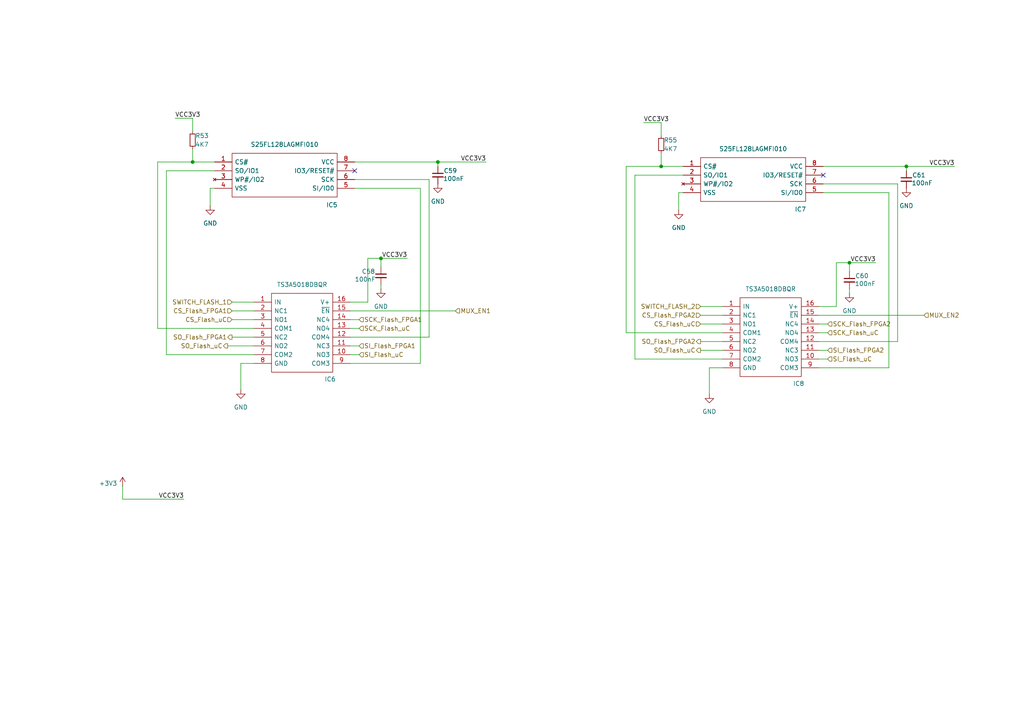
<source format=kicad_sch>
(kicad_sch
	(version 20231120)
	(generator "eeschema")
	(generator_version "8.0")
	(uuid "5597ef96-ca9d-4c5c-b774-6d79b58cdb6f")
	(paper "A4")
	(title_block
		(title "RASBB")
		(date "2025-02-02")
		(rev "01")
		(company "Mina Daneshpajouh")
	)
	(lib_symbols
		(symbol "Device:C_Small"
			(pin_numbers hide)
			(pin_names
				(offset 0.254) hide)
			(exclude_from_sim no)
			(in_bom yes)
			(on_board yes)
			(property "Reference" "C"
				(at 0.254 1.778 0)
				(effects
					(font
						(size 1.27 1.27)
					)
					(justify left)
				)
			)
			(property "Value" "C_Small"
				(at 0.254 -2.032 0)
				(effects
					(font
						(size 1.27 1.27)
					)
					(justify left)
				)
			)
			(property "Footprint" ""
				(at 0 0 0)
				(effects
					(font
						(size 1.27 1.27)
					)
					(hide yes)
				)
			)
			(property "Datasheet" "~"
				(at 0 0 0)
				(effects
					(font
						(size 1.27 1.27)
					)
					(hide yes)
				)
			)
			(property "Description" "Unpolarized capacitor, small symbol"
				(at 0 0 0)
				(effects
					(font
						(size 1.27 1.27)
					)
					(hide yes)
				)
			)
			(property "ki_keywords" "capacitor cap"
				(at 0 0 0)
				(effects
					(font
						(size 1.27 1.27)
					)
					(hide yes)
				)
			)
			(property "ki_fp_filters" "C_*"
				(at 0 0 0)
				(effects
					(font
						(size 1.27 1.27)
					)
					(hide yes)
				)
			)
			(symbol "C_Small_0_1"
				(polyline
					(pts
						(xy -1.524 -0.508) (xy 1.524 -0.508)
					)
					(stroke
						(width 0.3302)
						(type default)
					)
					(fill
						(type none)
					)
				)
				(polyline
					(pts
						(xy -1.524 0.508) (xy 1.524 0.508)
					)
					(stroke
						(width 0.3048)
						(type default)
					)
					(fill
						(type none)
					)
				)
			)
			(symbol "C_Small_1_1"
				(pin passive line
					(at 0 2.54 270)
					(length 2.032)
					(name "~"
						(effects
							(font
								(size 1.27 1.27)
							)
						)
					)
					(number "1"
						(effects
							(font
								(size 1.27 1.27)
							)
						)
					)
				)
				(pin passive line
					(at 0 -2.54 90)
					(length 2.032)
					(name "~"
						(effects
							(font
								(size 1.27 1.27)
							)
						)
					)
					(number "2"
						(effects
							(font
								(size 1.27 1.27)
							)
						)
					)
				)
			)
		)
		(symbol "Device:R_Small"
			(pin_numbers hide)
			(pin_names
				(offset 0.254) hide)
			(exclude_from_sim no)
			(in_bom yes)
			(on_board yes)
			(property "Reference" "R"
				(at 0.762 0.508 0)
				(effects
					(font
						(size 1.27 1.27)
					)
					(justify left)
				)
			)
			(property "Value" "R_Small"
				(at 0.762 -1.016 0)
				(effects
					(font
						(size 1.27 1.27)
					)
					(justify left)
				)
			)
			(property "Footprint" ""
				(at 0 0 0)
				(effects
					(font
						(size 1.27 1.27)
					)
					(hide yes)
				)
			)
			(property "Datasheet" "~"
				(at 0 0 0)
				(effects
					(font
						(size 1.27 1.27)
					)
					(hide yes)
				)
			)
			(property "Description" "Resistor, small symbol"
				(at 0 0 0)
				(effects
					(font
						(size 1.27 1.27)
					)
					(hide yes)
				)
			)
			(property "ki_keywords" "R resistor"
				(at 0 0 0)
				(effects
					(font
						(size 1.27 1.27)
					)
					(hide yes)
				)
			)
			(property "ki_fp_filters" "R_*"
				(at 0 0 0)
				(effects
					(font
						(size 1.27 1.27)
					)
					(hide yes)
				)
			)
			(symbol "R_Small_0_1"
				(rectangle
					(start -0.762 1.778)
					(end 0.762 -1.778)
					(stroke
						(width 0.2032)
						(type default)
					)
					(fill
						(type none)
					)
				)
			)
			(symbol "R_Small_1_1"
				(pin passive line
					(at 0 2.54 270)
					(length 0.762)
					(name "~"
						(effects
							(font
								(size 1.27 1.27)
							)
						)
					)
					(number "1"
						(effects
							(font
								(size 1.27 1.27)
							)
						)
					)
				)
				(pin passive line
					(at 0 -2.54 90)
					(length 0.762)
					(name "~"
						(effects
							(font
								(size 1.27 1.27)
							)
						)
					)
					(number "2"
						(effects
							(font
								(size 1.27 1.27)
							)
						)
					)
				)
			)
		)
		(symbol "RASBB_Library:S25FL128LAGMFI010"
			(pin_names
				(offset 0.762)
			)
			(exclude_from_sim no)
			(in_bom yes)
			(on_board yes)
			(property "Reference" "IC1"
				(at 20.32 7.62 0)
				(effects
					(font
						(size 1.27 1.27)
					)
				)
			)
			(property "Value" "S25FL128LAGMFI010"
				(at 20.32 5.08 0)
				(effects
					(font
						(size 1.27 1.27)
					)
				)
			)
			(property "Footprint" "SOIC127P800X216-8N"
				(at 36.83 2.54 0)
				(effects
					(font
						(size 1.27 1.27)
					)
					(justify left)
					(hide yes)
				)
			)
			(property "Datasheet" "http://www.cypress.com/file/316171/download"
				(at 36.83 0 0)
				(effects
					(font
						(size 1.27 1.27)
					)
					(justify left)
					(hide yes)
				)
			)
			(property "Description" "CYPRESS SEMICONDUCTOR - S25FL128LAGMFI010 - FLASH MEMORY, 128MBIT, 133MHZ, SOIC-8"
				(at 2.794 9.652 0)
				(effects
					(font
						(size 1.27 1.27)
					)
					(hide yes)
				)
			)
			(property "Description_1" "CYPRESS SEMICONDUCTOR - S25FL128LAGMFI010 - FLASH MEMORY, 128MBIT, 133MHZ, SOIC-8"
				(at 36.83 -2.54 0)
				(effects
					(font
						(size 1.27 1.27)
					)
					(justify left)
					(hide yes)
				)
			)
			(property "Height" "2.16"
				(at 36.83 -5.08 0)
				(effects
					(font
						(size 1.27 1.27)
					)
					(justify left)
					(hide yes)
				)
			)
			(property "Manufacturer_Name" "Infineon"
				(at 36.83 -7.62 0)
				(effects
					(font
						(size 1.27 1.27)
					)
					(justify left)
					(hide yes)
				)
			)
			(property "Manufacturer_Part_Number" "S25FL128LAGMFI010"
				(at 36.83 -10.16 0)
				(effects
					(font
						(size 1.27 1.27)
					)
					(justify left)
					(hide yes)
				)
			)
			(property "Arrow Part Number" "S25FL128LAGMFI010"
				(at 36.83 -12.7 0)
				(effects
					(font
						(size 1.27 1.27)
					)
					(justify left)
					(hide yes)
				)
			)
			(property "Arrow Price/Stock" "https://www.arrow.com/en/products/s25fl128lagmfi010/infineon-technologies-ag?utm_currency=USD&region=nac"
				(at 36.83 -15.24 0)
				(effects
					(font
						(size 1.27 1.27)
					)
					(justify left)
					(hide yes)
				)
			)
			(symbol "S25FL128LAGMFI010_0_0"
				(pin input line
					(at 0 0 0)
					(length 5.08)
					(name "CS#"
						(effects
							(font
								(size 1.27 1.27)
							)
						)
					)
					(number "1"
						(effects
							(font
								(size 1.27 1.27)
							)
						)
					)
				)
				(pin passive line
					(at 0 -7.62 0)
					(length 5.08)
					(name "VSS"
						(effects
							(font
								(size 1.27 1.27)
							)
						)
					)
					(number "4"
						(effects
							(font
								(size 1.27 1.27)
							)
						)
					)
				)
				(pin passive line
					(at 40.64 -2.54 180)
					(length 5.08)
					(name "IO3/RESET#"
						(effects
							(font
								(size 1.27 1.27)
							)
						)
					)
					(number "7"
						(effects
							(font
								(size 1.27 1.27)
							)
						)
					)
				)
				(pin power_in line
					(at 40.64 0 180)
					(length 5.08)
					(name "VCC"
						(effects
							(font
								(size 1.27 1.27)
							)
						)
					)
					(number "8"
						(effects
							(font
								(size 1.27 1.27)
							)
						)
					)
				)
			)
			(symbol "S25FL128LAGMFI010_0_1"
				(polyline
					(pts
						(xy 5.08 2.54) (xy 35.56 2.54) (xy 35.56 -10.16) (xy 5.08 -10.16) (xy 5.08 2.54)
					)
					(stroke
						(width 0.1524)
						(type solid)
					)
					(fill
						(type none)
					)
				)
			)
			(symbol "S25FL128LAGMFI010_1_0"
				(pin output line
					(at 0 -2.54 0)
					(length 5.08)
					(name "SO/IO1"
						(effects
							(font
								(size 1.27 1.27)
							)
						)
					)
					(number "2"
						(effects
							(font
								(size 1.27 1.27)
							)
						)
					)
				)
				(pin no_connect line
					(at 0 -5.08 0)
					(length 5.08)
					(name "WP#/IO2"
						(effects
							(font
								(size 1.27 1.27)
							)
						)
					)
					(number "3"
						(effects
							(font
								(size 1.27 1.27)
							)
						)
					)
				)
				(pin input line
					(at 40.64 -7.62 180)
					(length 5.08)
					(name "SI/IO0"
						(effects
							(font
								(size 1.27 1.27)
							)
						)
					)
					(number "5"
						(effects
							(font
								(size 1.27 1.27)
							)
						)
					)
				)
				(pin input line
					(at 40.64 -5.08 180)
					(length 5.08)
					(name "SCK"
						(effects
							(font
								(size 1.27 1.27)
							)
						)
					)
					(number "6"
						(effects
							(font
								(size 1.27 1.27)
							)
						)
					)
				)
			)
		)
		(symbol "RASBB_Library:TS3A5018DBQR"
			(pin_names
				(offset 0.762)
			)
			(exclude_from_sim no)
			(in_bom yes)
			(on_board yes)
			(property "Reference" "IC2"
				(at 13.97 7.62 0)
				(effects
					(font
						(size 1.27 1.27)
					)
				)
			)
			(property "Value" "TS3A5018DBQR"
				(at 13.97 5.08 0)
				(effects
					(font
						(size 1.27 1.27)
					)
				)
			)
			(property "Footprint" "SOP64P600X175-16N"
				(at 24.13 2.54 0)
				(effects
					(font
						(size 1.27 1.27)
					)
					(justify left)
					(hide yes)
				)
			)
			(property "Datasheet" "http://www.ti.com/lit/ds/symlink/ts3a5018.pdf"
				(at 24.13 0 0)
				(effects
					(font
						(size 1.27 1.27)
					)
					(justify left)
					(hide yes)
				)
			)
			(property "Description" "Analog SW Quad SPDT 3.6V 16-Pin SSOP Texas Instruments TS3A5018DBQR, Analogue SPDT Switch Quad SPDT, 3 V, 16-Pin SSOP"
				(at 0 0 0)
				(effects
					(font
						(size 1.27 1.27)
					)
					(hide yes)
				)
			)
			(property "Description_1" "Analog SW Quad SPDT 3.6V 16-Pin SSOP Texas Instruments TS3A5018DBQR, Analogue SPDT Switch Quad SPDT, 3 V, 16-Pin SSOP"
				(at 24.13 -2.54 0)
				(effects
					(font
						(size 1.27 1.27)
					)
					(justify left)
					(hide yes)
				)
			)
			(property "Height" "1.75"
				(at 24.13 -5.08 0)
				(effects
					(font
						(size 1.27 1.27)
					)
					(justify left)
					(hide yes)
				)
			)
			(property "Mouser Part Number" "595-TS3A5018DBQR"
				(at 24.13 -7.62 0)
				(effects
					(font
						(size 1.27 1.27)
					)
					(justify left)
					(hide yes)
				)
			)
			(property "Mouser Price/Stock" "https://www.mouser.co.uk/ProductDetail/Texas-Instruments/TS3A5018DBQR?qs=0O%2FZFlpUpJXUD9jZrSvpcw%3D%3D"
				(at 24.13 -10.16 0)
				(effects
					(font
						(size 1.27 1.27)
					)
					(justify left)
					(hide yes)
				)
			)
			(property "Manufacturer_Name" "Texas Instruments"
				(at 24.13 -12.7 0)
				(effects
					(font
						(size 1.27 1.27)
					)
					(justify left)
					(hide yes)
				)
			)
			(property "Manufacturer_Part_Number" "TS3A5018DBQR"
				(at 24.13 -15.24 0)
				(effects
					(font
						(size 1.27 1.27)
					)
					(justify left)
					(hide yes)
				)
			)
			(symbol "TS3A5018DBQR_0_0"
				(pin input line
					(at 0 0 0)
					(length 5.08)
					(name "IN"
						(effects
							(font
								(size 1.27 1.27)
							)
						)
					)
					(number "1"
						(effects
							(font
								(size 1.27 1.27)
							)
						)
					)
				)
				(pin passive line
					(at 27.94 -10.16 180)
					(length 5.08)
					(name "COM4"
						(effects
							(font
								(size 1.27 1.27)
							)
						)
					)
					(number "12"
						(effects
							(font
								(size 1.27 1.27)
							)
						)
					)
				)
				(pin power_in line
					(at 27.94 0 180)
					(length 5.08)
					(name "V+"
						(effects
							(font
								(size 1.27 1.27)
							)
						)
					)
					(number "16"
						(effects
							(font
								(size 1.27 1.27)
							)
						)
					)
				)
				(pin passive line
					(at 0 -17.78 0)
					(length 5.08)
					(name "GND"
						(effects
							(font
								(size 1.27 1.27)
							)
						)
					)
					(number "8"
						(effects
							(font
								(size 1.27 1.27)
							)
						)
					)
				)
			)
			(symbol "TS3A5018DBQR_0_1"
				(polyline
					(pts
						(xy 5.08 2.54) (xy 22.86 2.54) (xy 22.86 -20.32) (xy 5.08 -20.32) (xy 5.08 2.54)
					)
					(stroke
						(width 0.1524)
						(type solid)
					)
					(fill
						(type none)
					)
				)
			)
			(symbol "TS3A5018DBQR_1_0"
				(pin input line
					(at 27.94 -15.24 180)
					(length 5.08)
					(name "NO3"
						(effects
							(font
								(size 1.27 1.27)
							)
						)
					)
					(number "10"
						(effects
							(font
								(size 1.27 1.27)
							)
						)
					)
				)
				(pin input line
					(at 27.94 -12.7 180)
					(length 5.08)
					(name "NC3"
						(effects
							(font
								(size 1.27 1.27)
							)
						)
					)
					(number "11"
						(effects
							(font
								(size 1.27 1.27)
							)
						)
					)
				)
				(pin input line
					(at 27.94 -7.62 180)
					(length 5.08)
					(name "NO4"
						(effects
							(font
								(size 1.27 1.27)
							)
						)
					)
					(number "13"
						(effects
							(font
								(size 1.27 1.27)
							)
						)
					)
				)
				(pin input line
					(at 27.94 -5.08 180)
					(length 5.08)
					(name "NC4"
						(effects
							(font
								(size 1.27 1.27)
							)
						)
					)
					(number "14"
						(effects
							(font
								(size 1.27 1.27)
							)
						)
					)
				)
				(pin input line
					(at 27.94 -2.54 180)
					(length 5.08)
					(name "~{EN}"
						(effects
							(font
								(size 1.27 1.27)
							)
						)
					)
					(number "15"
						(effects
							(font
								(size 1.27 1.27)
							)
						)
					)
				)
				(pin input line
					(at 0 -2.54 0)
					(length 5.08)
					(name "NC1"
						(effects
							(font
								(size 1.27 1.27)
							)
						)
					)
					(number "2"
						(effects
							(font
								(size 1.27 1.27)
							)
						)
					)
				)
				(pin input line
					(at 0 -5.08 0)
					(length 5.08)
					(name "NO1"
						(effects
							(font
								(size 1.27 1.27)
							)
						)
					)
					(number "3"
						(effects
							(font
								(size 1.27 1.27)
							)
						)
					)
				)
				(pin output line
					(at 0 -7.62 0)
					(length 5.08)
					(name "COM1"
						(effects
							(font
								(size 1.27 1.27)
							)
						)
					)
					(number "4"
						(effects
							(font
								(size 1.27 1.27)
							)
						)
					)
				)
				(pin output line
					(at 0 -10.16 0)
					(length 5.08)
					(name "NC2"
						(effects
							(font
								(size 1.27 1.27)
							)
						)
					)
					(number "5"
						(effects
							(font
								(size 1.27 1.27)
							)
						)
					)
				)
				(pin output line
					(at 0 -12.7 0)
					(length 5.08)
					(name "NO2"
						(effects
							(font
								(size 1.27 1.27)
							)
						)
					)
					(number "6"
						(effects
							(font
								(size 1.27 1.27)
							)
						)
					)
				)
				(pin input line
					(at 0 -15.24 0)
					(length 5.08)
					(name "COM2"
						(effects
							(font
								(size 1.27 1.27)
							)
						)
					)
					(number "7"
						(effects
							(font
								(size 1.27 1.27)
							)
						)
					)
				)
				(pin output line
					(at 27.94 -17.78 180)
					(length 5.08)
					(name "COM3"
						(effects
							(font
								(size 1.27 1.27)
							)
						)
					)
					(number "9"
						(effects
							(font
								(size 1.27 1.27)
							)
						)
					)
				)
			)
		)
		(symbol "power:+3.3V"
			(power)
			(pin_numbers hide)
			(pin_names
				(offset 0) hide)
			(exclude_from_sim no)
			(in_bom yes)
			(on_board yes)
			(property "Reference" "#PWR"
				(at 0 -3.81 0)
				(effects
					(font
						(size 1.27 1.27)
					)
					(hide yes)
				)
			)
			(property "Value" "+3.3V"
				(at 0 3.556 0)
				(effects
					(font
						(size 1.27 1.27)
					)
				)
			)
			(property "Footprint" ""
				(at 0 0 0)
				(effects
					(font
						(size 1.27 1.27)
					)
					(hide yes)
				)
			)
			(property "Datasheet" ""
				(at 0 0 0)
				(effects
					(font
						(size 1.27 1.27)
					)
					(hide yes)
				)
			)
			(property "Description" "Power symbol creates a global label with name \"+3.3V\""
				(at 0 0 0)
				(effects
					(font
						(size 1.27 1.27)
					)
					(hide yes)
				)
			)
			(property "ki_keywords" "global power"
				(at 0 0 0)
				(effects
					(font
						(size 1.27 1.27)
					)
					(hide yes)
				)
			)
			(symbol "+3.3V_0_1"
				(polyline
					(pts
						(xy -0.762 1.27) (xy 0 2.54)
					)
					(stroke
						(width 0)
						(type default)
					)
					(fill
						(type none)
					)
				)
				(polyline
					(pts
						(xy 0 0) (xy 0 2.54)
					)
					(stroke
						(width 0)
						(type default)
					)
					(fill
						(type none)
					)
				)
				(polyline
					(pts
						(xy 0 2.54) (xy 0.762 1.27)
					)
					(stroke
						(width 0)
						(type default)
					)
					(fill
						(type none)
					)
				)
			)
			(symbol "+3.3V_1_1"
				(pin power_in line
					(at 0 0 90)
					(length 0)
					(name "~"
						(effects
							(font
								(size 1.27 1.27)
							)
						)
					)
					(number "1"
						(effects
							(font
								(size 1.27 1.27)
							)
						)
					)
				)
			)
		)
		(symbol "power:GND"
			(power)
			(pin_numbers hide)
			(pin_names
				(offset 0) hide)
			(exclude_from_sim no)
			(in_bom yes)
			(on_board yes)
			(property "Reference" "#PWR"
				(at 0 -6.35 0)
				(effects
					(font
						(size 1.27 1.27)
					)
					(hide yes)
				)
			)
			(property "Value" "GND"
				(at 0 -3.81 0)
				(effects
					(font
						(size 1.27 1.27)
					)
				)
			)
			(property "Footprint" ""
				(at 0 0 0)
				(effects
					(font
						(size 1.27 1.27)
					)
					(hide yes)
				)
			)
			(property "Datasheet" ""
				(at 0 0 0)
				(effects
					(font
						(size 1.27 1.27)
					)
					(hide yes)
				)
			)
			(property "Description" "Power symbol creates a global label with name \"GND\" , ground"
				(at 0 0 0)
				(effects
					(font
						(size 1.27 1.27)
					)
					(hide yes)
				)
			)
			(property "ki_keywords" "global power"
				(at 0 0 0)
				(effects
					(font
						(size 1.27 1.27)
					)
					(hide yes)
				)
			)
			(symbol "GND_0_1"
				(polyline
					(pts
						(xy 0 0) (xy 0 -1.27) (xy 1.27 -1.27) (xy 0 -2.54) (xy -1.27 -1.27) (xy 0 -1.27)
					)
					(stroke
						(width 0)
						(type default)
					)
					(fill
						(type none)
					)
				)
			)
			(symbol "GND_1_1"
				(pin power_in line
					(at 0 0 270)
					(length 0)
					(name "~"
						(effects
							(font
								(size 1.27 1.27)
							)
						)
					)
					(number "1"
						(effects
							(font
								(size 1.27 1.27)
							)
						)
					)
				)
			)
		)
	)
	(junction
		(at 191.77 48.26)
		(diameter 0)
		(color 0 0 0 0)
		(uuid "1abb3b81-e1e6-4995-b8c1-df2a8a1e50a0")
	)
	(junction
		(at 110.49 74.93)
		(diameter 0)
		(color 0 0 0 0)
		(uuid "731bcd16-2b5f-4587-bd28-841242e9b189")
	)
	(junction
		(at 127 46.99)
		(diameter 0)
		(color 0 0 0 0)
		(uuid "879d9fe0-dc80-4f70-931c-019718b5e875")
	)
	(junction
		(at 246.38 76.2)
		(diameter 0)
		(color 0 0 0 0)
		(uuid "d7056182-e95b-484c-9ff3-61c942a51880")
	)
	(junction
		(at 55.88 46.99)
		(diameter 0)
		(color 0 0 0 0)
		(uuid "d8e1489f-6a1c-4066-8541-e79086e5a20a")
	)
	(junction
		(at 262.89 48.26)
		(diameter 0)
		(color 0 0 0 0)
		(uuid "f224e9a9-f53e-48b9-8319-77fb823186e0")
	)
	(no_connect
		(at 238.76 50.8)
		(uuid "4c922da7-badf-47d3-a63d-c6da088b22b6")
	)
	(no_connect
		(at 102.87 49.53)
		(uuid "aca87dca-7763-4cc4-b4c9-6766ef3886cd")
	)
	(wire
		(pts
			(xy 104.14 102.87) (xy 101.6 102.87)
		)
		(stroke
			(width 0)
			(type default)
		)
		(uuid "06d8ceac-ed4b-42f3-8d25-35733cf8724c")
	)
	(wire
		(pts
			(xy 238.76 48.26) (xy 262.89 48.26)
		)
		(stroke
			(width 0)
			(type default)
		)
		(uuid "0958920b-8b83-45fa-828d-cb46bb5dddff")
	)
	(wire
		(pts
			(xy 101.6 105.41) (xy 121.92 105.41)
		)
		(stroke
			(width 0)
			(type default)
		)
		(uuid "09fe33c7-cae0-42e2-9782-0874334a86ea")
	)
	(wire
		(pts
			(xy 203.2 99.06) (xy 209.55 99.06)
		)
		(stroke
			(width 0)
			(type default)
		)
		(uuid "0d9a7d82-cbd5-4e03-84f1-479daf39b3d1")
	)
	(wire
		(pts
			(xy 73.66 105.41) (xy 69.85 105.41)
		)
		(stroke
			(width 0)
			(type default)
		)
		(uuid "12cee190-e50e-47e1-8c53-4eaf8f051808")
	)
	(wire
		(pts
			(xy 237.49 99.06) (xy 260.35 99.06)
		)
		(stroke
			(width 0)
			(type default)
		)
		(uuid "162352e8-e4d6-4065-b778-9877e451aa98")
	)
	(wire
		(pts
			(xy 184.15 50.8) (xy 184.15 104.14)
		)
		(stroke
			(width 0)
			(type default)
		)
		(uuid "16e1c142-818e-45e4-83ba-61671f749562")
	)
	(wire
		(pts
			(xy 246.38 85.09) (xy 246.38 83.82)
		)
		(stroke
			(width 0)
			(type default)
		)
		(uuid "1acb059f-027f-4c4c-bbce-50c8678028bb")
	)
	(wire
		(pts
			(xy 60.96 54.61) (xy 60.96 59.69)
		)
		(stroke
			(width 0)
			(type default)
		)
		(uuid "1ead63ba-cd03-4a36-9563-650e3ef268a2")
	)
	(wire
		(pts
			(xy 66.04 100.33) (xy 73.66 100.33)
		)
		(stroke
			(width 0)
			(type default)
		)
		(uuid "2060e11b-38a3-4111-86a6-080ab07a117a")
	)
	(wire
		(pts
			(xy 242.57 88.9) (xy 242.57 76.2)
		)
		(stroke
			(width 0)
			(type default)
		)
		(uuid "243a0865-7e42-4d3e-80ea-84433e090a43")
	)
	(wire
		(pts
			(xy 260.35 53.34) (xy 260.35 99.06)
		)
		(stroke
			(width 0)
			(type default)
		)
		(uuid "2a9b948b-fbb7-405c-bb42-d25d5dfb60e4")
	)
	(wire
		(pts
			(xy 257.81 55.88) (xy 257.81 106.68)
		)
		(stroke
			(width 0)
			(type default)
		)
		(uuid "330e7324-8f40-482c-8d8c-130f9f8739eb")
	)
	(wire
		(pts
			(xy 198.12 50.8) (xy 184.15 50.8)
		)
		(stroke
			(width 0)
			(type default)
		)
		(uuid "360bfaed-f8e5-477b-bd5e-0de949194567")
	)
	(wire
		(pts
			(xy 198.12 55.88) (xy 196.85 55.88)
		)
		(stroke
			(width 0)
			(type default)
		)
		(uuid "37913e5e-30df-4199-b911-c4462b1502da")
	)
	(wire
		(pts
			(xy 45.72 95.25) (xy 73.66 95.25)
		)
		(stroke
			(width 0)
			(type default)
		)
		(uuid "38bbe660-4fef-4703-a3a9-56466b0bc075")
	)
	(wire
		(pts
			(xy 191.77 44.45) (xy 191.77 48.26)
		)
		(stroke
			(width 0)
			(type default)
		)
		(uuid "3a342113-7ace-4e01-b178-208c691db852")
	)
	(wire
		(pts
			(xy 124.46 52.07) (xy 124.46 97.79)
		)
		(stroke
			(width 0)
			(type default)
		)
		(uuid "41bfe3c2-ddc5-4f0b-a0a3-350341cf892c")
	)
	(wire
		(pts
			(xy 110.49 74.93) (xy 110.49 77.47)
		)
		(stroke
			(width 0)
			(type default)
		)
		(uuid "42474705-0f18-4a71-8c35-7c9261ba9c67")
	)
	(wire
		(pts
			(xy 246.38 76.2) (xy 254 76.2)
		)
		(stroke
			(width 0)
			(type default)
		)
		(uuid "459a209f-955d-4f62-b8ca-74da2c146cdd")
	)
	(wire
		(pts
			(xy 110.49 74.93) (xy 118.11 74.93)
		)
		(stroke
			(width 0)
			(type default)
		)
		(uuid "4f9d65d5-efd8-45c7-bff0-d87610b6a1e4")
	)
	(wire
		(pts
			(xy 237.49 88.9) (xy 242.57 88.9)
		)
		(stroke
			(width 0)
			(type default)
		)
		(uuid "5277f61b-13df-444d-a634-2d19a02eda9a")
	)
	(wire
		(pts
			(xy 203.2 93.98) (xy 209.55 93.98)
		)
		(stroke
			(width 0)
			(type default)
		)
		(uuid "5783086a-7d0a-4809-ba67-315cb92f5399")
	)
	(wire
		(pts
			(xy 55.88 38.1) (xy 55.88 34.29)
		)
		(stroke
			(width 0)
			(type default)
		)
		(uuid "57d27806-a8be-4fd4-9fcb-60e25841b347")
	)
	(wire
		(pts
			(xy 196.85 55.88) (xy 196.85 60.96)
		)
		(stroke
			(width 0)
			(type default)
		)
		(uuid "58cda97f-991e-4ba2-a735-a75c531f6a1c")
	)
	(wire
		(pts
			(xy 191.77 48.26) (xy 181.61 48.26)
		)
		(stroke
			(width 0)
			(type default)
		)
		(uuid "5be992a7-a7d2-4358-abf9-e1234b3fea2b")
	)
	(wire
		(pts
			(xy 55.88 43.18) (xy 55.88 46.99)
		)
		(stroke
			(width 0)
			(type default)
		)
		(uuid "5dc6bdb9-49a1-402c-b32f-004eb2198b78")
	)
	(wire
		(pts
			(xy 237.49 106.68) (xy 257.81 106.68)
		)
		(stroke
			(width 0)
			(type default)
		)
		(uuid "63852260-d3a5-44cf-9423-894d19fd87bc")
	)
	(wire
		(pts
			(xy 69.85 105.41) (xy 69.85 113.03)
		)
		(stroke
			(width 0)
			(type default)
		)
		(uuid "63d02133-4fad-499a-9b6a-889e33cda9fa")
	)
	(wire
		(pts
			(xy 101.6 97.79) (xy 124.46 97.79)
		)
		(stroke
			(width 0)
			(type default)
		)
		(uuid "676217d2-1310-46ee-af31-921991607e6e")
	)
	(wire
		(pts
			(xy 102.87 52.07) (xy 124.46 52.07)
		)
		(stroke
			(width 0)
			(type default)
		)
		(uuid "725a1ad6-84be-4f1b-8acc-5f796620c6c0")
	)
	(wire
		(pts
			(xy 203.2 88.9) (xy 209.55 88.9)
		)
		(stroke
			(width 0)
			(type default)
		)
		(uuid "73c450dd-c080-4c46-a245-0e50c65be95f")
	)
	(wire
		(pts
			(xy 198.12 48.26) (xy 191.77 48.26)
		)
		(stroke
			(width 0)
			(type default)
		)
		(uuid "74658748-a8cf-4805-8595-7ec190088c41")
	)
	(wire
		(pts
			(xy 67.31 97.79) (xy 73.66 97.79)
		)
		(stroke
			(width 0)
			(type default)
		)
		(uuid "78c2b415-6dbb-4b70-9481-61071989162c")
	)
	(wire
		(pts
			(xy 104.14 92.71) (xy 101.6 92.71)
		)
		(stroke
			(width 0)
			(type default)
		)
		(uuid "79fb6fcf-a5d8-46c1-8f4c-682946c2d794")
	)
	(wire
		(pts
			(xy 67.31 90.17) (xy 73.66 90.17)
		)
		(stroke
			(width 0)
			(type default)
		)
		(uuid "822b6fa6-f0d5-4cda-9553-0c4b387807d7")
	)
	(wire
		(pts
			(xy 237.49 91.44) (xy 267.97 91.44)
		)
		(stroke
			(width 0)
			(type default)
		)
		(uuid "84c0d52a-7980-4f80-a506-89b6320fc9ad")
	)
	(wire
		(pts
			(xy 184.15 104.14) (xy 209.55 104.14)
		)
		(stroke
			(width 0)
			(type default)
		)
		(uuid "8533a2fc-725c-4edd-ac24-d17b39db112c")
	)
	(wire
		(pts
			(xy 102.87 54.61) (xy 121.92 54.61)
		)
		(stroke
			(width 0)
			(type default)
		)
		(uuid "854bd5b8-7dd4-4a72-8f6d-34e14c485256")
	)
	(wire
		(pts
			(xy 101.6 90.17) (xy 132.08 90.17)
		)
		(stroke
			(width 0)
			(type default)
		)
		(uuid "891c486f-bd71-4e72-af19-6772158a4e0c")
	)
	(wire
		(pts
			(xy 240.03 96.52) (xy 237.49 96.52)
		)
		(stroke
			(width 0)
			(type default)
		)
		(uuid "892a17bf-277a-445e-bce1-508f37570955")
	)
	(wire
		(pts
			(xy 110.49 83.82) (xy 110.49 82.55)
		)
		(stroke
			(width 0)
			(type default)
		)
		(uuid "8acf2e61-c4a4-4903-bdbf-2795223634de")
	)
	(wire
		(pts
			(xy 181.61 96.52) (xy 209.55 96.52)
		)
		(stroke
			(width 0)
			(type default)
		)
		(uuid "8c46e820-fba9-4959-bdca-b65e1895ba0d")
	)
	(wire
		(pts
			(xy 62.23 46.99) (xy 55.88 46.99)
		)
		(stroke
			(width 0)
			(type default)
		)
		(uuid "8d308252-8f89-4e1d-bd36-2157760b3944")
	)
	(wire
		(pts
			(xy 106.68 74.93) (xy 110.49 74.93)
		)
		(stroke
			(width 0)
			(type default)
		)
		(uuid "8d601068-feda-481c-b876-f185f73b4dcd")
	)
	(wire
		(pts
			(xy 242.57 76.2) (xy 246.38 76.2)
		)
		(stroke
			(width 0)
			(type default)
		)
		(uuid "919b1d90-85b6-4088-bed8-06af3bbfefd7")
	)
	(wire
		(pts
			(xy 62.23 49.53) (xy 48.26 49.53)
		)
		(stroke
			(width 0)
			(type default)
		)
		(uuid "95109eb0-2fb3-4c8e-9b87-8450a525e925")
	)
	(wire
		(pts
			(xy 62.23 54.61) (xy 60.96 54.61)
		)
		(stroke
			(width 0)
			(type default)
		)
		(uuid "9647fdb9-ca69-45ba-8006-7c27acb069b0")
	)
	(wire
		(pts
			(xy 35.56 144.78) (xy 53.34 144.78)
		)
		(stroke
			(width 0)
			(type default)
		)
		(uuid "98b3d923-675a-46d2-9c16-6ff993f54f6a")
	)
	(wire
		(pts
			(xy 45.72 46.99) (xy 45.72 95.25)
		)
		(stroke
			(width 0)
			(type default)
		)
		(uuid "9a31ba7e-fb72-4713-8017-69cddc7ab9dc")
	)
	(wire
		(pts
			(xy 127 46.99) (xy 140.97 46.99)
		)
		(stroke
			(width 0)
			(type default)
		)
		(uuid "9bf06b1b-fd19-4b62-aa47-e68418d94234")
	)
	(wire
		(pts
			(xy 186.69 35.56) (xy 191.77 35.56)
		)
		(stroke
			(width 0)
			(type default)
		)
		(uuid "a2394aa1-5209-411e-ac0b-4fb2cc5cfb13")
	)
	(wire
		(pts
			(xy 104.14 95.25) (xy 101.6 95.25)
		)
		(stroke
			(width 0)
			(type default)
		)
		(uuid "a30b17b6-396c-463d-bf52-639c99acac17")
	)
	(wire
		(pts
			(xy 246.38 76.2) (xy 246.38 78.74)
		)
		(stroke
			(width 0)
			(type default)
		)
		(uuid "a447f0c0-84e0-4fcd-bc66-bb190a36f644")
	)
	(wire
		(pts
			(xy 102.87 46.99) (xy 127 46.99)
		)
		(stroke
			(width 0)
			(type default)
		)
		(uuid "a87f24bb-2923-4833-ab54-bf3b97cc65a6")
	)
	(wire
		(pts
			(xy 104.14 100.33) (xy 101.6 100.33)
		)
		(stroke
			(width 0)
			(type default)
		)
		(uuid "ad679aa6-a3a4-4e34-8089-bc4bf57956da")
	)
	(wire
		(pts
			(xy 205.74 106.68) (xy 205.74 114.3)
		)
		(stroke
			(width 0)
			(type default)
		)
		(uuid "b1ae6a05-150a-452e-a314-6aa0992d87fe")
	)
	(wire
		(pts
			(xy 238.76 53.34) (xy 260.35 53.34)
		)
		(stroke
			(width 0)
			(type default)
		)
		(uuid "b65bc8e1-c30a-444d-80e6-0ed87450cb9e")
	)
	(wire
		(pts
			(xy 203.2 91.44) (xy 209.55 91.44)
		)
		(stroke
			(width 0)
			(type default)
		)
		(uuid "bca5a10f-6716-46e2-918c-5cb1a7e91d51")
	)
	(wire
		(pts
			(xy 240.03 93.98) (xy 237.49 93.98)
		)
		(stroke
			(width 0)
			(type default)
		)
		(uuid "bfa3ce2e-7c99-4079-b29a-c357c217f69a")
	)
	(wire
		(pts
			(xy 55.88 46.99) (xy 45.72 46.99)
		)
		(stroke
			(width 0)
			(type default)
		)
		(uuid "c1e84f35-36d6-4a6a-86fc-1466ea4df700")
	)
	(wire
		(pts
			(xy 106.68 87.63) (xy 106.68 74.93)
		)
		(stroke
			(width 0)
			(type default)
		)
		(uuid "c525a740-5073-41bd-ba9f-1fc47264f5c1")
	)
	(wire
		(pts
			(xy 238.76 55.88) (xy 257.81 55.88)
		)
		(stroke
			(width 0)
			(type default)
		)
		(uuid "c557ea28-cb47-4991-b580-cbaa070fd90b")
	)
	(wire
		(pts
			(xy 203.2 101.6) (xy 209.55 101.6)
		)
		(stroke
			(width 0)
			(type default)
		)
		(uuid "c943ebf7-527f-453b-9c9b-c87294599146")
	)
	(wire
		(pts
			(xy 35.56 140.97) (xy 35.56 144.78)
		)
		(stroke
			(width 0)
			(type default)
		)
		(uuid "cec486bb-d5d0-44f5-835c-915ddf923353")
	)
	(wire
		(pts
			(xy 48.26 49.53) (xy 48.26 102.87)
		)
		(stroke
			(width 0)
			(type default)
		)
		(uuid "d123c310-9784-4a91-a009-4f4c0c3e69ae")
	)
	(wire
		(pts
			(xy 67.31 92.71) (xy 73.66 92.71)
		)
		(stroke
			(width 0)
			(type default)
		)
		(uuid "d4cb43bd-6da4-4842-8e52-8e047c35a193")
	)
	(wire
		(pts
			(xy 101.6 87.63) (xy 106.68 87.63)
		)
		(stroke
			(width 0)
			(type default)
		)
		(uuid "d59d9c3d-1015-4994-b885-442e57bf5540")
	)
	(wire
		(pts
			(xy 240.03 104.14) (xy 237.49 104.14)
		)
		(stroke
			(width 0)
			(type default)
		)
		(uuid "d5f35726-938d-4858-9529-4aff21d806f9")
	)
	(wire
		(pts
			(xy 181.61 48.26) (xy 181.61 96.52)
		)
		(stroke
			(width 0)
			(type default)
		)
		(uuid "dbfef185-1615-40d0-9b58-5699c6917e32")
	)
	(wire
		(pts
			(xy 50.8 34.29) (xy 55.88 34.29)
		)
		(stroke
			(width 0)
			(type default)
		)
		(uuid "dc24ae1e-5dab-4ddd-a363-cc5dc10267fd")
	)
	(wire
		(pts
			(xy 240.03 101.6) (xy 237.49 101.6)
		)
		(stroke
			(width 0)
			(type default)
		)
		(uuid "dce5d219-2acb-4da1-b5a2-1017bbe04afd")
	)
	(wire
		(pts
			(xy 127 48.26) (xy 127 46.99)
		)
		(stroke
			(width 0)
			(type default)
		)
		(uuid "df6f0087-faf6-4852-b262-5ff5e8dd98e2")
	)
	(wire
		(pts
			(xy 191.77 39.37) (xy 191.77 35.56)
		)
		(stroke
			(width 0)
			(type default)
		)
		(uuid "e1c6a08c-9e40-4b20-9483-d1b88233fced")
	)
	(wire
		(pts
			(xy 48.26 102.87) (xy 73.66 102.87)
		)
		(stroke
			(width 0)
			(type default)
		)
		(uuid "e8bcb581-2146-44cb-a189-9db8d55dc3cb")
	)
	(wire
		(pts
			(xy 262.89 49.53) (xy 262.89 48.26)
		)
		(stroke
			(width 0)
			(type default)
		)
		(uuid "ead188c4-9950-4ac4-8241-f2cbd41aab7b")
	)
	(wire
		(pts
			(xy 262.89 48.26) (xy 276.86 48.26)
		)
		(stroke
			(width 0)
			(type default)
		)
		(uuid "f18ef582-438f-47fc-a9e0-b34e9b47ccd1")
	)
	(wire
		(pts
			(xy 67.31 87.63) (xy 73.66 87.63)
		)
		(stroke
			(width 0)
			(type default)
		)
		(uuid "f389abb2-5e7c-4e0e-a6d3-0bede46fe52a")
	)
	(wire
		(pts
			(xy 121.92 54.61) (xy 121.92 105.41)
		)
		(stroke
			(width 0)
			(type default)
		)
		(uuid "f7a87a1e-0baf-488e-a474-8f809039fd29")
	)
	(wire
		(pts
			(xy 209.55 106.68) (xy 205.74 106.68)
		)
		(stroke
			(width 0)
			(type default)
		)
		(uuid "fb1cd51b-3d21-4316-89ab-0942cc103907")
	)
	(label "VCC3V3"
		(at 186.69 35.56 0)
		(fields_autoplaced yes)
		(effects
			(font
				(size 1.27 1.27)
			)
			(justify left bottom)
		)
		(uuid "032c682a-1fe3-45bc-b1bc-4668e1295d2d")
	)
	(label "VCC3V3"
		(at 118.11 74.93 180)
		(fields_autoplaced yes)
		(effects
			(font
				(size 1.27 1.27)
			)
			(justify right bottom)
		)
		(uuid "92457c28-0b6d-48af-8bbf-72c23f559e05")
	)
	(label "VCC3V3"
		(at 53.34 144.78 180)
		(fields_autoplaced yes)
		(effects
			(font
				(size 1.27 1.27)
			)
			(justify right bottom)
		)
		(uuid "96662a69-2565-42f3-9b05-f94e6b98a466")
	)
	(label "VCC3V3"
		(at 254 76.2 180)
		(fields_autoplaced yes)
		(effects
			(font
				(size 1.27 1.27)
			)
			(justify right bottom)
		)
		(uuid "9c47a4ab-3806-4583-ad7a-cb711d46b08d")
	)
	(label "VCC3V3"
		(at 140.97 46.99 180)
		(fields_autoplaced yes)
		(effects
			(font
				(size 1.27 1.27)
			)
			(justify right bottom)
		)
		(uuid "da081de0-8497-40bf-ad63-6d5eab45a5ff")
	)
	(label "VCC3V3"
		(at 50.8 34.29 0)
		(fields_autoplaced yes)
		(effects
			(font
				(size 1.27 1.27)
			)
			(justify left bottom)
		)
		(uuid "ed011fe9-308f-4879-beb4-98be86e44a3f")
	)
	(label "VCC3V3"
		(at 276.86 48.26 180)
		(fields_autoplaced yes)
		(effects
			(font
				(size 1.27 1.27)
			)
			(justify right bottom)
		)
		(uuid "f4708c6e-95d3-4152-b7c7-38247c88facd")
	)
	(hierarchical_label "SCK_Flash_FPGA1"
		(shape input)
		(at 104.14 92.71 0)
		(fields_autoplaced yes)
		(effects
			(font
				(size 1.27 1.27)
			)
			(justify left)
		)
		(uuid "0bd3313f-0a40-400f-bb71-d3d741b4a4c9")
	)
	(hierarchical_label "SCK_Flash_FPGA2"
		(shape input)
		(at 240.03 93.98 0)
		(fields_autoplaced yes)
		(effects
			(font
				(size 1.27 1.27)
			)
			(justify left)
		)
		(uuid "0ef73153-1da4-4f05-8d99-88516b02a9dc")
	)
	(hierarchical_label "CS_Flash_FPGA2"
		(shape input)
		(at 203.2 91.44 180)
		(fields_autoplaced yes)
		(effects
			(font
				(size 1.27 1.27)
			)
			(justify right)
		)
		(uuid "1372fc9c-d8bf-47de-9a60-e7f79e767100")
	)
	(hierarchical_label "SO_Flash_FPGA2"
		(shape output)
		(at 203.2 99.06 180)
		(fields_autoplaced yes)
		(effects
			(font
				(size 1.27 1.27)
			)
			(justify right)
		)
		(uuid "1597cd6c-43df-4590-b007-0df742b642ac")
	)
	(hierarchical_label "SCK_Flash_uC"
		(shape input)
		(at 240.03 96.52 0)
		(fields_autoplaced yes)
		(effects
			(font
				(size 1.27 1.27)
			)
			(justify left)
		)
		(uuid "1afdfa40-c038-45c0-87bc-2b85a71547e8")
	)
	(hierarchical_label "SI_Flash_FPGA2"
		(shape input)
		(at 240.03 101.6 0)
		(fields_autoplaced yes)
		(effects
			(font
				(size 1.27 1.27)
			)
			(justify left)
		)
		(uuid "1bc70982-1ace-4c1d-bb68-bf75310e45df")
	)
	(hierarchical_label "SO_Flash_FPGA1"
		(shape output)
		(at 67.31 97.79 180)
		(fields_autoplaced yes)
		(effects
			(font
				(size 1.27 1.27)
			)
			(justify right)
		)
		(uuid "1d87661e-5c7b-476c-b339-c9125385a06f")
	)
	(hierarchical_label "SO_Flash_uC"
		(shape output)
		(at 66.04 100.33 180)
		(fields_autoplaced yes)
		(effects
			(font
				(size 1.27 1.27)
			)
			(justify right)
		)
		(uuid "4edc85bc-5e3a-4186-a96b-c5d158313c13")
	)
	(hierarchical_label "CS_Flash_FPGA1"
		(shape input)
		(at 67.31 90.17 180)
		(fields_autoplaced yes)
		(effects
			(font
				(size 1.27 1.27)
			)
			(justify right)
		)
		(uuid "51a56071-d593-4a66-b495-f4edbf63df52")
	)
	(hierarchical_label "SI_Flash_FPGA1"
		(shape input)
		(at 104.14 100.33 0)
		(fields_autoplaced yes)
		(effects
			(font
				(size 1.27 1.27)
			)
			(justify left)
		)
		(uuid "70614276-0297-4ceb-8dd9-e07ca22c9282")
	)
	(hierarchical_label "SCK_Flash_uC"
		(shape input)
		(at 104.14 95.25 0)
		(fields_autoplaced yes)
		(effects
			(font
				(size 1.27 1.27)
			)
			(justify left)
		)
		(uuid "7ac92845-3758-4e8f-b825-e18f96232e53")
	)
	(hierarchical_label "SO_Flash_uC"
		(shape output)
		(at 203.2 101.6 180)
		(fields_autoplaced yes)
		(effects
			(font
				(size 1.27 1.27)
			)
			(justify right)
		)
		(uuid "8b904e6e-899a-4068-b900-2e987eae6ba7")
	)
	(hierarchical_label "SWITCH_FLASH_2"
		(shape input)
		(at 203.2 88.9 180)
		(fields_autoplaced yes)
		(effects
			(font
				(size 1.27 1.27)
			)
			(justify right)
		)
		(uuid "963214b7-7ff4-49f3-b5eb-24653a1afce0")
	)
	(hierarchical_label "MUX_EN1"
		(shape input)
		(at 132.08 90.17 0)
		(fields_autoplaced yes)
		(effects
			(font
				(size 1.27 1.27)
			)
			(justify left)
		)
		(uuid "ca647940-a09a-404e-9350-8fafb7929d7a")
	)
	(hierarchical_label "SWITCH_FLASH_1"
		(shape input)
		(at 67.31 87.63 180)
		(fields_autoplaced yes)
		(effects
			(font
				(size 1.27 1.27)
			)
			(justify right)
		)
		(uuid "cb1d7ff8-c23e-47e6-99ed-9c5204a03212")
	)
	(hierarchical_label "SI_Flash_uC"
		(shape input)
		(at 104.14 102.87 0)
		(fields_autoplaced yes)
		(effects
			(font
				(size 1.27 1.27)
			)
			(justify left)
		)
		(uuid "cb322546-6410-4bfa-89c1-f03a30f11eda")
	)
	(hierarchical_label "CS_Flash_uC"
		(shape input)
		(at 203.2 93.98 180)
		(fields_autoplaced yes)
		(effects
			(font
				(size 1.27 1.27)
			)
			(justify right)
		)
		(uuid "d245a85e-b3ee-4e63-b13d-cbf3cbef6c03")
	)
	(hierarchical_label "CS_Flash_uC"
		(shape input)
		(at 67.31 92.71 180)
		(fields_autoplaced yes)
		(effects
			(font
				(size 1.27 1.27)
			)
			(justify right)
		)
		(uuid "d83e22eb-edd4-40ef-9e91-15342ca7bdcb")
	)
	(hierarchical_label "MUX_EN2"
		(shape input)
		(at 267.97 91.44 0)
		(fields_autoplaced yes)
		(effects
			(font
				(size 1.27 1.27)
			)
			(justify left)
		)
		(uuid "e9d78550-ebed-4fd6-8f50-11c0bec9d685")
	)
	(hierarchical_label "SI_Flash_uC"
		(shape input)
		(at 240.03 104.14 0)
		(fields_autoplaced yes)
		(effects
			(font
				(size 1.27 1.27)
			)
			(justify left)
		)
		(uuid "fc779129-c9ac-43cc-841e-0969a5f94a01")
	)
	(symbol
		(lib_id "power:GND")
		(at 69.85 113.03 0)
		(mirror y)
		(unit 1)
		(exclude_from_sim no)
		(in_bom yes)
		(on_board yes)
		(dnp no)
		(fields_autoplaced yes)
		(uuid "13554d50-65df-4d4b-bf30-840cde3d9b40")
		(property "Reference" "#PWR038"
			(at 69.85 119.38 0)
			(effects
				(font
					(size 1.27 1.27)
				)
				(hide yes)
			)
		)
		(property "Value" "GND"
			(at 69.85 118.11 0)
			(effects
				(font
					(size 1.27 1.27)
				)
			)
		)
		(property "Footprint" ""
			(at 69.85 113.03 0)
			(effects
				(font
					(size 1.27 1.27)
				)
				(hide yes)
			)
		)
		(property "Datasheet" ""
			(at 69.85 113.03 0)
			(effects
				(font
					(size 1.27 1.27)
				)
				(hide yes)
			)
		)
		(property "Description" "Power symbol creates a global label with name \"GND\" , ground"
			(at 69.85 113.03 0)
			(effects
				(font
					(size 1.27 1.27)
				)
				(hide yes)
			)
		)
		(pin "1"
			(uuid "63ae38c2-eb89-44db-843c-96bd0414d1ef")
		)
		(instances
			(project "RASBB"
				(path "/f6a5c334-5ee5-4dc9-84f1-7866383a3347/42a7f077-44a1-43cb-b656-b7d389080fcf"
					(reference "#PWR038")
					(unit 1)
				)
			)
		)
	)
	(symbol
		(lib_id "power:GND")
		(at 196.85 60.96 0)
		(mirror y)
		(unit 1)
		(exclude_from_sim no)
		(in_bom yes)
		(on_board yes)
		(dnp no)
		(fields_autoplaced yes)
		(uuid "2cb29570-1076-4403-88d9-7481979e9a43")
		(property "Reference" "#PWR041"
			(at 196.85 67.31 0)
			(effects
				(font
					(size 1.27 1.27)
				)
				(hide yes)
			)
		)
		(property "Value" "GND"
			(at 196.85 66.04 0)
			(effects
				(font
					(size 1.27 1.27)
				)
			)
		)
		(property "Footprint" ""
			(at 196.85 60.96 0)
			(effects
				(font
					(size 1.27 1.27)
				)
				(hide yes)
			)
		)
		(property "Datasheet" ""
			(at 196.85 60.96 0)
			(effects
				(font
					(size 1.27 1.27)
				)
				(hide yes)
			)
		)
		(property "Description" "Power symbol creates a global label with name \"GND\" , ground"
			(at 196.85 60.96 0)
			(effects
				(font
					(size 1.27 1.27)
				)
				(hide yes)
			)
		)
		(pin "1"
			(uuid "f028e2c5-1c39-4cbd-b33d-ca23e81e1c53")
		)
		(instances
			(project "RASBB"
				(path "/f6a5c334-5ee5-4dc9-84f1-7866383a3347/42a7f077-44a1-43cb-b656-b7d389080fcf"
					(reference "#PWR041")
					(unit 1)
				)
			)
		)
	)
	(symbol
		(lib_id "power:GND")
		(at 246.38 85.09 0)
		(mirror y)
		(unit 1)
		(exclude_from_sim no)
		(in_bom yes)
		(on_board yes)
		(dnp no)
		(fields_autoplaced yes)
		(uuid "4b084649-a399-4ef4-a4fb-71a56abd634b")
		(property "Reference" "#PWR043"
			(at 246.38 91.44 0)
			(effects
				(font
					(size 1.27 1.27)
				)
				(hide yes)
			)
		)
		(property "Value" "GND"
			(at 246.38 90.17 0)
			(effects
				(font
					(size 1.27 1.27)
				)
			)
		)
		(property "Footprint" ""
			(at 246.38 85.09 0)
			(effects
				(font
					(size 1.27 1.27)
				)
				(hide yes)
			)
		)
		(property "Datasheet" ""
			(at 246.38 85.09 0)
			(effects
				(font
					(size 1.27 1.27)
				)
				(hide yes)
			)
		)
		(property "Description" "Power symbol creates a global label with name \"GND\" , ground"
			(at 246.38 85.09 0)
			(effects
				(font
					(size 1.27 1.27)
				)
				(hide yes)
			)
		)
		(pin "1"
			(uuid "2892fc57-6750-43f5-8f17-ddd080efcfc6")
		)
		(instances
			(project "RASBB"
				(path "/f6a5c334-5ee5-4dc9-84f1-7866383a3347/42a7f077-44a1-43cb-b656-b7d389080fcf"
					(reference "#PWR043")
					(unit 1)
				)
			)
		)
	)
	(symbol
		(lib_id "Device:C_Small")
		(at 110.49 80.01 0)
		(mirror y)
		(unit 1)
		(exclude_from_sim no)
		(in_bom yes)
		(on_board yes)
		(dnp no)
		(uuid "4c402429-8748-4704-91bd-306b39b9d6e4")
		(property "Reference" "C58"
			(at 104.902 78.74 0)
			(effects
				(font
					(size 1.27 1.27)
				)
				(justify right)
			)
		)
		(property "Value" "100nF"
			(at 102.87 81.026 0)
			(effects
				(font
					(size 1.27 1.27)
				)
				(justify right)
			)
		)
		(property "Footprint" "Capacitor_SMD:C_0402_1005Metric"
			(at 110.49 80.01 0)
			(effects
				(font
					(size 1.27 1.27)
				)
				(hide yes)
			)
		)
		(property "Datasheet" "https://www.lcsc.com/datasheet/lcsc_datasheet_2309201533_Walsin-Tech-Corp-0402B103K100CT_C3840241.pdf"
			(at 110.49 80.01 0)
			(effects
				(font
					(size 1.27 1.27)
				)
				(hide yes)
			)
		)
		(property "Description" "10V 100nF X7R ±10% 0402 Multilayer Ceramic Capacitors MLCC - SMD/SMT ROHS"
			(at 110.49 80.01 0)
			(effects
				(font
					(size 1.27 1.27)
				)
				(hide yes)
			)
		)
		(property "Mfr. Part #" "0402B104K500CT"
			(at 110.49 80.01 0)
			(effects
				(font
					(size 1.27 1.27)
				)
				(hide yes)
			)
		)
		(property "LCSC Part #" "C152814"
			(at 110.49 80.01 0)
			(effects
				(font
					(size 1.27 1.27)
				)
				(hide yes)
			)
		)
		(pin "1"
			(uuid "4dc763e0-a979-46b2-afab-e0e5851d50b2")
		)
		(pin "2"
			(uuid "3a6754d5-7868-44a2-8627-2c9bf268d8e5")
		)
		(instances
			(project "RASBB"
				(path "/f6a5c334-5ee5-4dc9-84f1-7866383a3347/42a7f077-44a1-43cb-b656-b7d389080fcf"
					(reference "C58")
					(unit 1)
				)
			)
		)
	)
	(symbol
		(lib_id "RASBB_Library:TS3A5018DBQR")
		(at 73.66 87.63 0)
		(unit 1)
		(exclude_from_sim no)
		(in_bom yes)
		(on_board yes)
		(dnp no)
		(uuid "686a9f33-ac5a-4f42-84c0-bfb93e0354c4")
		(property "Reference" "IC6"
			(at 95.758 109.982 0)
			(effects
				(font
					(size 1.27 1.27)
				)
			)
		)
		(property "Value" "TS3A5018DBQR"
			(at 87.63 82.55 0)
			(effects
				(font
					(size 1.27 1.27)
				)
			)
		)
		(property "Footprint" "RASBB:SOP64P600X175-16N"
			(at 97.79 85.09 0)
			(effects
				(font
					(size 1.27 1.27)
				)
				(justify left)
				(hide yes)
			)
		)
		(property "Datasheet" "http://www.ti.com/lit/ds/symlink/ts3a5018.pdf"
			(at 97.79 87.63 0)
			(effects
				(font
					(size 1.27 1.27)
				)
				(justify left)
				(hide yes)
			)
		)
		(property "Description" "Analog SW Quad SPDT 3.6V 16-Pin SSOP Texas Instruments TS3A5018DBQR, Analogue SPDT Switch Quad SPDT, 3 V, 16-Pin SSOP"
			(at 73.66 87.63 0)
			(effects
				(font
					(size 1.27 1.27)
				)
				(hide yes)
			)
		)
		(property "Height" "1.75"
			(at 97.79 92.71 0)
			(effects
				(font
					(size 1.27 1.27)
				)
				(justify left)
				(hide yes)
			)
		)
		(property "Manufacturer_Name" "Texas Instruments"
			(at 97.79 100.33 0)
			(effects
				(font
					(size 1.27 1.27)
				)
				(justify left)
				(hide yes)
			)
		)
		(property "Mfr. Part #" "TS3A5018DBQR"
			(at 97.79 102.87 0)
			(effects
				(font
					(size 1.27 1.27)
				)
				(justify left)
				(hide yes)
			)
		)
		(property "LCSC Part #" "C202285"
			(at 73.66 87.63 0)
			(effects
				(font
					(size 1.27 1.27)
				)
				(hide yes)
			)
		)
		(pin "10"
			(uuid "f91fa359-a170-463f-8124-3455d9d6e64e")
		)
		(pin "13"
			(uuid "03291138-b7dc-42db-9b57-d40fb6b2d068")
		)
		(pin "14"
			(uuid "15a50007-2c82-4a8d-a644-1ad385b81b0f")
		)
		(pin "12"
			(uuid "2f13b513-907f-40ef-a1e7-46fbcf5934c6")
		)
		(pin "15"
			(uuid "f589e1a4-9ac4-4643-9df3-a277ddd65c15")
		)
		(pin "2"
			(uuid "52114443-a3c6-4f55-8a79-36a7fbef9283")
		)
		(pin "3"
			(uuid "351697b5-4c8f-40db-9153-afbe9f4f27be")
		)
		(pin "4"
			(uuid "1ff43127-902d-4abf-b6af-beacb5d45b9c")
		)
		(pin "5"
			(uuid "56788213-ec31-436c-bf41-3576da9b6920")
		)
		(pin "6"
			(uuid "60bd1c81-4142-406d-93b2-1121cc5e1c6b")
		)
		(pin "11"
			(uuid "92cc3959-a15a-4b90-b3ea-13adc32afe94")
		)
		(pin "7"
			(uuid "bb4df574-a093-48cf-96f6-89639f8c28e4")
		)
		(pin "8"
			(uuid "08f9244f-2f0f-4e96-a213-0954928e7cd2")
		)
		(pin "9"
			(uuid "52ed874b-752f-425f-9731-6a6cd708dc37")
		)
		(pin "16"
			(uuid "1dcbb950-00a7-4b4a-ad48-bdfec499be1e")
		)
		(pin "1"
			(uuid "39c13a0a-973e-4fcd-a474-70774e279315")
		)
		(instances
			(project "RASBB"
				(path "/f6a5c334-5ee5-4dc9-84f1-7866383a3347/42a7f077-44a1-43cb-b656-b7d389080fcf"
					(reference "IC6")
					(unit 1)
				)
			)
		)
	)
	(symbol
		(lib_id "power:+3.3V")
		(at 35.56 140.97 0)
		(unit 1)
		(exclude_from_sim no)
		(in_bom yes)
		(on_board yes)
		(dnp no)
		(uuid "687286e3-fd4a-41e6-a6b2-7c7361f8969c")
		(property "Reference" "#PWR0251"
			(at 35.56 144.78 0)
			(effects
				(font
					(size 1.27 1.27)
				)
				(hide yes)
			)
		)
		(property "Value" "+3V3"
			(at 28.702 140.208 0)
			(effects
				(font
					(size 1.27 1.27)
				)
				(justify left)
			)
		)
		(property "Footprint" ""
			(at 35.56 140.97 0)
			(effects
				(font
					(size 1.27 1.27)
				)
				(hide yes)
			)
		)
		(property "Datasheet" ""
			(at 35.56 140.97 0)
			(effects
				(font
					(size 1.27 1.27)
				)
				(hide yes)
			)
		)
		(property "Description" "Power symbol creates a global label with name \"+3.3V\""
			(at 35.56 140.97 0)
			(effects
				(font
					(size 1.27 1.27)
				)
				(hide yes)
			)
		)
		(pin "1"
			(uuid "9240643f-b45e-40f0-a7a2-2e29b408f7ca")
		)
		(instances
			(project "RASBB"
				(path "/f6a5c334-5ee5-4dc9-84f1-7866383a3347/42a7f077-44a1-43cb-b656-b7d389080fcf"
					(reference "#PWR0251")
					(unit 1)
				)
			)
		)
	)
	(symbol
		(lib_id "Device:C_Small")
		(at 246.38 81.28 0)
		(unit 1)
		(exclude_from_sim no)
		(in_bom yes)
		(on_board yes)
		(dnp no)
		(uuid "7356ecd0-bfc3-4b14-9e29-8076f6e67f32")
		(property "Reference" "C60"
			(at 251.968 80.01 0)
			(effects
				(font
					(size 1.27 1.27)
				)
				(justify right)
			)
		)
		(property "Value" "100nF"
			(at 254 82.296 0)
			(effects
				(font
					(size 1.27 1.27)
				)
				(justify right)
			)
		)
		(property "Footprint" "Capacitor_SMD:C_0402_1005Metric"
			(at 246.38 81.28 0)
			(effects
				(font
					(size 1.27 1.27)
				)
				(hide yes)
			)
		)
		(property "Datasheet" "https://www.lcsc.com/datasheet/lcsc_datasheet_2309201533_Walsin-Tech-Corp-0402B103K100CT_C3840241.pdf"
			(at 246.38 81.28 0)
			(effects
				(font
					(size 1.27 1.27)
				)
				(hide yes)
			)
		)
		(property "Description" "10V 100nF X7R ±10% 0402 Multilayer Ceramic Capacitors MLCC - SMD/SMT ROHS"
			(at 246.38 81.28 0)
			(effects
				(font
					(size 1.27 1.27)
				)
				(hide yes)
			)
		)
		(property "Mfr. Part #" "0402B104K500CT"
			(at 246.38 81.28 0)
			(effects
				(font
					(size 1.27 1.27)
				)
				(hide yes)
			)
		)
		(property "LCSC Part #" "C152814"
			(at 246.38 81.28 0)
			(effects
				(font
					(size 1.27 1.27)
				)
				(hide yes)
			)
		)
		(pin "1"
			(uuid "815d2721-2bb6-465b-a0df-3dee6daefad3")
		)
		(pin "2"
			(uuid "2e4a6492-6c3a-48b2-a7b3-f4bd542f1102")
		)
		(instances
			(project "RASBB"
				(path "/f6a5c334-5ee5-4dc9-84f1-7866383a3347/42a7f077-44a1-43cb-b656-b7d389080fcf"
					(reference "C60")
					(unit 1)
				)
			)
		)
	)
	(symbol
		(lib_id "power:GND")
		(at 262.89 54.61 0)
		(mirror y)
		(unit 1)
		(exclude_from_sim no)
		(in_bom yes)
		(on_board yes)
		(dnp no)
		(fields_autoplaced yes)
		(uuid "892db9f4-f288-4367-942c-6f97f6747636")
		(property "Reference" "#PWR044"
			(at 262.89 60.96 0)
			(effects
				(font
					(size 1.27 1.27)
				)
				(hide yes)
			)
		)
		(property "Value" "GND"
			(at 262.89 59.69 0)
			(effects
				(font
					(size 1.27 1.27)
				)
			)
		)
		(property "Footprint" ""
			(at 262.89 54.61 0)
			(effects
				(font
					(size 1.27 1.27)
				)
				(hide yes)
			)
		)
		(property "Datasheet" ""
			(at 262.89 54.61 0)
			(effects
				(font
					(size 1.27 1.27)
				)
				(hide yes)
			)
		)
		(property "Description" "Power symbol creates a global label with name \"GND\" , ground"
			(at 262.89 54.61 0)
			(effects
				(font
					(size 1.27 1.27)
				)
				(hide yes)
			)
		)
		(pin "1"
			(uuid "2dc19a37-6f4a-44e7-8b8c-1194014e416b")
		)
		(instances
			(project "RASBB"
				(path "/f6a5c334-5ee5-4dc9-84f1-7866383a3347/42a7f077-44a1-43cb-b656-b7d389080fcf"
					(reference "#PWR044")
					(unit 1)
				)
			)
		)
	)
	(symbol
		(lib_id "Device:C_Small")
		(at 262.89 52.07 0)
		(unit 1)
		(exclude_from_sim no)
		(in_bom yes)
		(on_board yes)
		(dnp no)
		(uuid "a42e9982-b7bf-4904-b0bd-2cd49de48a40")
		(property "Reference" "C61"
			(at 268.478 50.8 0)
			(effects
				(font
					(size 1.27 1.27)
				)
				(justify right)
			)
		)
		(property "Value" "100nF"
			(at 270.51 53.086 0)
			(effects
				(font
					(size 1.27 1.27)
				)
				(justify right)
			)
		)
		(property "Footprint" "Capacitor_SMD:C_0402_1005Metric"
			(at 262.89 52.07 0)
			(effects
				(font
					(size 1.27 1.27)
				)
				(hide yes)
			)
		)
		(property "Datasheet" "https://www.lcsc.com/datasheet/lcsc_datasheet_2309201533_Walsin-Tech-Corp-0402B103K100CT_C3840241.pdf"
			(at 262.89 52.07 0)
			(effects
				(font
					(size 1.27 1.27)
				)
				(hide yes)
			)
		)
		(property "Description" "10V 100nF X7R ±10% 0402 Multilayer Ceramic Capacitors MLCC - SMD/SMT ROHS"
			(at 262.89 52.07 0)
			(effects
				(font
					(size 1.27 1.27)
				)
				(hide yes)
			)
		)
		(property "Mfr. Part #" "0402B104K500CT"
			(at 262.89 52.07 0)
			(effects
				(font
					(size 1.27 1.27)
				)
				(hide yes)
			)
		)
		(property "LCSC Part #" "C152814"
			(at 262.89 52.07 0)
			(effects
				(font
					(size 1.27 1.27)
				)
				(hide yes)
			)
		)
		(pin "1"
			(uuid "201a2816-c0d5-4376-95be-fe8b06891c15")
		)
		(pin "2"
			(uuid "bdeb2afb-7b96-4e35-9e62-0b06e6bd054c")
		)
		(instances
			(project "RASBB"
				(path "/f6a5c334-5ee5-4dc9-84f1-7866383a3347/42a7f077-44a1-43cb-b656-b7d389080fcf"
					(reference "C61")
					(unit 1)
				)
			)
		)
	)
	(symbol
		(lib_id "power:GND")
		(at 205.74 114.3 0)
		(mirror y)
		(unit 1)
		(exclude_from_sim no)
		(in_bom yes)
		(on_board yes)
		(dnp no)
		(fields_autoplaced yes)
		(uuid "c092d4a2-4cd9-4832-a1b8-e9283872aa11")
		(property "Reference" "#PWR042"
			(at 205.74 120.65 0)
			(effects
				(font
					(size 1.27 1.27)
				)
				(hide yes)
			)
		)
		(property "Value" "GND"
			(at 205.74 119.38 0)
			(effects
				(font
					(size 1.27 1.27)
				)
			)
		)
		(property "Footprint" ""
			(at 205.74 114.3 0)
			(effects
				(font
					(size 1.27 1.27)
				)
				(hide yes)
			)
		)
		(property "Datasheet" ""
			(at 205.74 114.3 0)
			(effects
				(font
					(size 1.27 1.27)
				)
				(hide yes)
			)
		)
		(property "Description" "Power symbol creates a global label with name \"GND\" , ground"
			(at 205.74 114.3 0)
			(effects
				(font
					(size 1.27 1.27)
				)
				(hide yes)
			)
		)
		(pin "1"
			(uuid "ec3d9864-c6b4-4450-95db-9d0410ac0c9c")
		)
		(instances
			(project "RASBB"
				(path "/f6a5c334-5ee5-4dc9-84f1-7866383a3347/42a7f077-44a1-43cb-b656-b7d389080fcf"
					(reference "#PWR042")
					(unit 1)
				)
			)
		)
	)
	(symbol
		(lib_id "Device:C_Small")
		(at 127 50.8 0)
		(unit 1)
		(exclude_from_sim no)
		(in_bom yes)
		(on_board yes)
		(dnp no)
		(uuid "c95e6e26-d8b3-43c9-935f-8b7fee06a561")
		(property "Reference" "C59"
			(at 132.588 49.53 0)
			(effects
				(font
					(size 1.27 1.27)
				)
				(justify right)
			)
		)
		(property "Value" "100nF"
			(at 134.62 51.816 0)
			(effects
				(font
					(size 1.27 1.27)
				)
				(justify right)
			)
		)
		(property "Footprint" "Capacitor_SMD:C_0402_1005Metric"
			(at 127 50.8 0)
			(effects
				(font
					(size 1.27 1.27)
				)
				(hide yes)
			)
		)
		(property "Datasheet" "https://www.lcsc.com/datasheet/lcsc_datasheet_2309201533_Walsin-Tech-Corp-0402B103K100CT_C3840241.pdf"
			(at 127 50.8 0)
			(effects
				(font
					(size 1.27 1.27)
				)
				(hide yes)
			)
		)
		(property "Description" "10V 100nF X7R ±10% 0402 Multilayer Ceramic Capacitors MLCC - SMD/SMT ROHS"
			(at 127 50.8 0)
			(effects
				(font
					(size 1.27 1.27)
				)
				(hide yes)
			)
		)
		(property "Mfr. Part #" "0402B104K500CT"
			(at 127 50.8 0)
			(effects
				(font
					(size 1.27 1.27)
				)
				(hide yes)
			)
		)
		(property "LCSC Part #" "C152814"
			(at 127 50.8 0)
			(effects
				(font
					(size 1.27 1.27)
				)
				(hide yes)
			)
		)
		(pin "1"
			(uuid "5012ade5-2a7b-4463-8228-c23d95fb9b73")
		)
		(pin "2"
			(uuid "9ded5160-1090-44ee-a475-df4c9d4eed8b")
		)
		(instances
			(project "RASBB"
				(path "/f6a5c334-5ee5-4dc9-84f1-7866383a3347/42a7f077-44a1-43cb-b656-b7d389080fcf"
					(reference "C59")
					(unit 1)
				)
			)
		)
	)
	(symbol
		(lib_id "RASBB_Library:S25FL128LAGMFI010")
		(at 62.23 46.99 0)
		(unit 1)
		(exclude_from_sim no)
		(in_bom yes)
		(on_board yes)
		(dnp no)
		(uuid "cc35dd0d-5dfb-4b7b-9649-2364ec6685bc")
		(property "Reference" "IC5"
			(at 96.266 59.436 0)
			(effects
				(font
					(size 1.27 1.27)
				)
			)
		)
		(property "Value" "S25FL128LAGMFI010"
			(at 82.55 41.91 0)
			(effects
				(font
					(size 1.27 1.27)
				)
			)
		)
		(property "Footprint" "RASBB:SOIC127P800X216-8N"
			(at 99.06 44.45 0)
			(effects
				(font
					(size 1.27 1.27)
				)
				(justify left)
				(hide yes)
			)
		)
		(property "Datasheet" "http://www.cypress.com/file/316171/download"
			(at 99.06 46.99 0)
			(effects
				(font
					(size 1.27 1.27)
				)
				(justify left)
				(hide yes)
			)
		)
		(property "Description" "CYPRESS SEMICONDUCTOR - S25FL128LAGMFI010 - FLASH MEMORY, 128MBIT, 133MHZ, SOIC-8"
			(at 65.024 37.338 0)
			(effects
				(font
					(size 1.27 1.27)
				)
				(hide yes)
			)
		)
		(property "Height" "2.16"
			(at 99.06 52.07 0)
			(effects
				(font
					(size 1.27 1.27)
				)
				(justify left)
				(hide yes)
			)
		)
		(property "Manufacturer_Name" "Infineon"
			(at 99.06 54.61 0)
			(effects
				(font
					(size 1.27 1.27)
				)
				(justify left)
				(hide yes)
			)
		)
		(property "Mfr. Part #" "S25FL128LAGMFI010"
			(at 99.06 57.15 0)
			(effects
				(font
					(size 1.27 1.27)
				)
				(justify left)
				(hide yes)
			)
		)
		(property "LCSC Part #" "C2959152"
			(at 62.23 46.99 0)
			(effects
				(font
					(size 1.27 1.27)
				)
				(hide yes)
			)
		)
		(pin "4"
			(uuid "b1a04bd2-7fcf-4957-b706-3739a7a3d929")
		)
		(pin "6"
			(uuid "671bf682-3ab9-4750-8108-0aab41e3d16f")
		)
		(pin "5"
			(uuid "e6c079d4-7ca6-4473-b562-86ca6c1cf91d")
		)
		(pin "7"
			(uuid "cc448d18-b8fd-43b4-b9c3-6a52d40cef5b")
		)
		(pin "3"
			(uuid "ed86250f-86ed-4c48-a32e-d523d9cf5a28")
		)
		(pin "1"
			(uuid "df91802e-5dd4-4f3e-b9a9-11e771717f4f")
		)
		(pin "8"
			(uuid "3caaade8-0c72-4e5c-8ff3-72d01b9789da")
		)
		(pin "2"
			(uuid "ea663f7c-6790-4c8e-a1f1-6e8b3bab992c")
		)
		(instances
			(project "RASBB"
				(path "/f6a5c334-5ee5-4dc9-84f1-7866383a3347/42a7f077-44a1-43cb-b656-b7d389080fcf"
					(reference "IC5")
					(unit 1)
				)
			)
		)
	)
	(symbol
		(lib_id "power:GND")
		(at 60.96 59.69 0)
		(mirror y)
		(unit 1)
		(exclude_from_sim no)
		(in_bom yes)
		(on_board yes)
		(dnp no)
		(fields_autoplaced yes)
		(uuid "d2d2af9d-f71a-4011-8bb5-3c1d2015ba05")
		(property "Reference" "#PWR037"
			(at 60.96 66.04 0)
			(effects
				(font
					(size 1.27 1.27)
				)
				(hide yes)
			)
		)
		(property "Value" "GND"
			(at 60.96 64.77 0)
			(effects
				(font
					(size 1.27 1.27)
				)
			)
		)
		(property "Footprint" ""
			(at 60.96 59.69 0)
			(effects
				(font
					(size 1.27 1.27)
				)
				(hide yes)
			)
		)
		(property "Datasheet" ""
			(at 60.96 59.69 0)
			(effects
				(font
					(size 1.27 1.27)
				)
				(hide yes)
			)
		)
		(property "Description" "Power symbol creates a global label with name \"GND\" , ground"
			(at 60.96 59.69 0)
			(effects
				(font
					(size 1.27 1.27)
				)
				(hide yes)
			)
		)
		(pin "1"
			(uuid "4e95e71f-d973-432b-b603-f46e6b10aef6")
		)
		(instances
			(project "RASBB"
				(path "/f6a5c334-5ee5-4dc9-84f1-7866383a3347/42a7f077-44a1-43cb-b656-b7d389080fcf"
					(reference "#PWR037")
					(unit 1)
				)
			)
		)
	)
	(symbol
		(lib_id "Device:R_Small")
		(at 55.88 40.64 0)
		(unit 1)
		(exclude_from_sim no)
		(in_bom yes)
		(on_board yes)
		(dnp no)
		(uuid "d89ae4b0-18e5-426c-9339-39c27e516d0e")
		(property "Reference" "R53"
			(at 56.642 39.37 0)
			(effects
				(font
					(size 1.27 1.27)
				)
				(justify left)
			)
		)
		(property "Value" "4K7"
			(at 56.642 41.91 0)
			(effects
				(font
					(size 1.27 1.27)
				)
				(justify left)
			)
		)
		(property "Footprint" "Resistor_SMD:R_0402_1005Metric"
			(at 55.88 40.64 0)
			(effects
				(font
					(size 1.27 1.27)
				)
				(hide yes)
			)
		)
		(property "Datasheet" "~"
			(at 55.88 40.64 0)
			(effects
				(font
					(size 1.27 1.27)
				)
				(hide yes)
			)
		)
		(property "Description" "62.5mW Thick Film Resistors 50V ±100ppm/℃ ±1% 4.7kΩ 0402 Chip Resistor - Surface Mount ROHS"
			(at 55.88 40.64 0)
			(effects
				(font
					(size 1.27 1.27)
				)
				(hide yes)
			)
		)
		(property "Mfr. Part #" "RC0402FR-074K7L "
			(at 55.88 40.64 0)
			(effects
				(font
					(size 1.27 1.27)
				)
				(hide yes)
			)
		)
		(property "LCSC Part #" "C105871"
			(at 55.88 40.64 0)
			(effects
				(font
					(size 1.27 1.27)
				)
				(hide yes)
			)
		)
		(pin "2"
			(uuid "b7760ae8-4354-4b5f-9cc4-d8f1eac8fb79")
		)
		(pin "1"
			(uuid "0fb5cfaf-5b08-45c4-9bc9-7504b56125eb")
		)
		(instances
			(project "RASBB"
				(path "/f6a5c334-5ee5-4dc9-84f1-7866383a3347/42a7f077-44a1-43cb-b656-b7d389080fcf"
					(reference "R53")
					(unit 1)
				)
			)
		)
	)
	(symbol
		(lib_id "power:GND")
		(at 110.49 83.82 0)
		(mirror y)
		(unit 1)
		(exclude_from_sim no)
		(in_bom yes)
		(on_board yes)
		(dnp no)
		(fields_autoplaced yes)
		(uuid "dc09498f-fcfc-498b-8747-372b57a7beb7")
		(property "Reference" "#PWR039"
			(at 110.49 90.17 0)
			(effects
				(font
					(size 1.27 1.27)
				)
				(hide yes)
			)
		)
		(property "Value" "GND"
			(at 110.49 88.9 0)
			(effects
				(font
					(size 1.27 1.27)
				)
			)
		)
		(property "Footprint" ""
			(at 110.49 83.82 0)
			(effects
				(font
					(size 1.27 1.27)
				)
				(hide yes)
			)
		)
		(property "Datasheet" ""
			(at 110.49 83.82 0)
			(effects
				(font
					(size 1.27 1.27)
				)
				(hide yes)
			)
		)
		(property "Description" "Power symbol creates a global label with name \"GND\" , ground"
			(at 110.49 83.82 0)
			(effects
				(font
					(size 1.27 1.27)
				)
				(hide yes)
			)
		)
		(pin "1"
			(uuid "b57a5a36-fb82-42fe-9e70-2317f8a1190c")
		)
		(instances
			(project "RASBB"
				(path "/f6a5c334-5ee5-4dc9-84f1-7866383a3347/42a7f077-44a1-43cb-b656-b7d389080fcf"
					(reference "#PWR039")
					(unit 1)
				)
			)
		)
	)
	(symbol
		(lib_id "Device:R_Small")
		(at 191.77 41.91 0)
		(unit 1)
		(exclude_from_sim no)
		(in_bom yes)
		(on_board yes)
		(dnp no)
		(uuid "f1194141-7092-44c5-b125-dfcb6a8ed32c")
		(property "Reference" "R55"
			(at 192.532 40.64 0)
			(effects
				(font
					(size 1.27 1.27)
				)
				(justify left)
			)
		)
		(property "Value" "4K7"
			(at 192.532 43.18 0)
			(effects
				(font
					(size 1.27 1.27)
				)
				(justify left)
			)
		)
		(property "Footprint" "Resistor_SMD:R_0402_1005Metric"
			(at 191.77 41.91 0)
			(effects
				(font
					(size 1.27 1.27)
				)
				(hide yes)
			)
		)
		(property "Datasheet" "~"
			(at 191.77 41.91 0)
			(effects
				(font
					(size 1.27 1.27)
				)
				(hide yes)
			)
		)
		(property "Description" "62.5mW Thick Film Resistors 50V ±100ppm/℃ ±1% 4.7kΩ 0402 Chip Resistor - Surface Mount ROHS"
			(at 191.77 41.91 0)
			(effects
				(font
					(size 1.27 1.27)
				)
				(hide yes)
			)
		)
		(property "Mfr. Part #" "RC0402FR-074K7L "
			(at 191.77 41.91 0)
			(effects
				(font
					(size 1.27 1.27)
				)
				(hide yes)
			)
		)
		(property "LCSC Part #" "C105871"
			(at 191.77 41.91 0)
			(effects
				(font
					(size 1.27 1.27)
				)
				(hide yes)
			)
		)
		(pin "2"
			(uuid "b0685bb4-b20d-4bc8-bd1e-2e9b15269cd8")
		)
		(pin "1"
			(uuid "73909532-53eb-41ff-86d1-26a27bf44609")
		)
		(instances
			(project "RASBB"
				(path "/f6a5c334-5ee5-4dc9-84f1-7866383a3347/42a7f077-44a1-43cb-b656-b7d389080fcf"
					(reference "R55")
					(unit 1)
				)
			)
		)
	)
	(symbol
		(lib_id "RASBB_Library:TS3A5018DBQR")
		(at 209.55 88.9 0)
		(unit 1)
		(exclude_from_sim no)
		(in_bom yes)
		(on_board yes)
		(dnp no)
		(uuid "f280e207-a754-4d54-8baa-9caa4ee0c69c")
		(property "Reference" "IC8"
			(at 231.648 111.252 0)
			(effects
				(font
					(size 1.27 1.27)
				)
			)
		)
		(property "Value" "TS3A5018DBQR"
			(at 223.52 83.82 0)
			(effects
				(font
					(size 1.27 1.27)
				)
			)
		)
		(property "Footprint" "RASBB:SOP64P600X175-16N"
			(at 233.68 86.36 0)
			(effects
				(font
					(size 1.27 1.27)
				)
				(justify left)
				(hide yes)
			)
		)
		(property "Datasheet" "http://www.ti.com/lit/ds/symlink/ts3a5018.pdf"
			(at 233.68 88.9 0)
			(effects
				(font
					(size 1.27 1.27)
				)
				(justify left)
				(hide yes)
			)
		)
		(property "Description" "Analog SW Quad SPDT 3.6V 16-Pin SSOP Texas Instruments TS3A5018DBQR, Analogue SPDT Switch Quad SPDT, 3 V, 16-Pin SSOP"
			(at 209.55 88.9 0)
			(effects
				(font
					(size 1.27 1.27)
				)
				(hide yes)
			)
		)
		(property "Height" "1.75"
			(at 233.68 93.98 0)
			(effects
				(font
					(size 1.27 1.27)
				)
				(justify left)
				(hide yes)
			)
		)
		(property "Manufacturer_Name" "Texas Instruments"
			(at 233.68 101.6 0)
			(effects
				(font
					(size 1.27 1.27)
				)
				(justify left)
				(hide yes)
			)
		)
		(property "Mfr. Part #" "TS3A5018DBQR"
			(at 233.68 104.14 0)
			(effects
				(font
					(size 1.27 1.27)
				)
				(justify left)
				(hide yes)
			)
		)
		(property "LCSC Part #" "C202285"
			(at 209.55 88.9 0)
			(effects
				(font
					(size 1.27 1.27)
				)
				(hide yes)
			)
		)
		(pin "10"
			(uuid "719e6482-debd-4c15-ba50-ae815a8584b6")
		)
		(pin "13"
			(uuid "393bff32-8827-4c5b-998c-fef97112b927")
		)
		(pin "14"
			(uuid "f4d6457c-4935-412f-98fb-3f917b69e462")
		)
		(pin "12"
			(uuid "ca55737c-9844-44e4-8c90-307530099ab8")
		)
		(pin "15"
			(uuid "a03599d0-c04b-4b81-8d85-79502d9720b9")
		)
		(pin "2"
			(uuid "11a8222e-95bc-4a2f-9787-3eb6da3cf2ae")
		)
		(pin "3"
			(uuid "e28ede2c-30f1-4f27-a5a7-14fa24ebd2e8")
		)
		(pin "4"
			(uuid "4cd079e8-9c1b-4c4e-999e-826047c41170")
		)
		(pin "5"
			(uuid "7900c43a-0495-4d60-a79d-71feda842b36")
		)
		(pin "6"
			(uuid "9f1aa4f4-356a-40ef-88a5-3b1ab9c8127f")
		)
		(pin "11"
			(uuid "a51de40b-fd9f-4baa-a88a-54930e284eb5")
		)
		(pin "7"
			(uuid "8268f928-1ff0-4a6e-a7ed-b11431472965")
		)
		(pin "8"
			(uuid "db622d73-210d-464c-9459-78942cfaf2cb")
		)
		(pin "9"
			(uuid "71949b72-e7e5-4b0e-a3a2-6ef5e4d3b909")
		)
		(pin "16"
			(uuid "95201f64-763a-454c-8a58-aa44466d8eaf")
		)
		(pin "1"
			(uuid "84c54472-0d33-4d06-942e-b4e9edfc439b")
		)
		(instances
			(project "RASBB"
				(path "/f6a5c334-5ee5-4dc9-84f1-7866383a3347/42a7f077-44a1-43cb-b656-b7d389080fcf"
					(reference "IC8")
					(unit 1)
				)
			)
		)
	)
	(symbol
		(lib_id "RASBB_Library:S25FL128LAGMFI010")
		(at 198.12 48.26 0)
		(unit 1)
		(exclude_from_sim no)
		(in_bom yes)
		(on_board yes)
		(dnp no)
		(uuid "f3dfda43-f701-49cf-87d4-123d2d6185e5")
		(property "Reference" "IC7"
			(at 232.156 60.706 0)
			(effects
				(font
					(size 1.27 1.27)
				)
			)
		)
		(property "Value" "S25FL128LAGMFI010"
			(at 218.44 43.18 0)
			(effects
				(font
					(size 1.27 1.27)
				)
			)
		)
		(property "Footprint" "RASBB:SOIC127P800X216-8N"
			(at 234.95 45.72 0)
			(effects
				(font
					(size 1.27 1.27)
				)
				(justify left)
				(hide yes)
			)
		)
		(property "Datasheet" "http://www.cypress.com/file/316171/download"
			(at 234.95 48.26 0)
			(effects
				(font
					(size 1.27 1.27)
				)
				(justify left)
				(hide yes)
			)
		)
		(property "Description" "CYPRESS SEMICONDUCTOR - S25FL128LAGMFI010 - FLASH MEMORY, 128MBIT, 133MHZ, SOIC-8"
			(at 200.914 38.608 0)
			(effects
				(font
					(size 1.27 1.27)
				)
				(hide yes)
			)
		)
		(property "Height" "2.16"
			(at 234.95 53.34 0)
			(effects
				(font
					(size 1.27 1.27)
				)
				(justify left)
				(hide yes)
			)
		)
		(property "Manufacturer_Name" "Infineon"
			(at 234.95 55.88 0)
			(effects
				(font
					(size 1.27 1.27)
				)
				(justify left)
				(hide yes)
			)
		)
		(property "Mfr. Part #" "S25FL128LAGMFI010"
			(at 234.95 58.42 0)
			(effects
				(font
					(size 1.27 1.27)
				)
				(justify left)
				(hide yes)
			)
		)
		(property "LCSC Part #" "C2959152"
			(at 198.12 48.26 0)
			(effects
				(font
					(size 1.27 1.27)
				)
				(hide yes)
			)
		)
		(pin "4"
			(uuid "1d93ef79-0e7a-464e-abde-b019cc2db379")
		)
		(pin "6"
			(uuid "acccd7b9-03be-4e2a-bcff-e14161e22282")
		)
		(pin "5"
			(uuid "6083bd1f-e75e-4c24-a435-bf160ab26d6d")
		)
		(pin "7"
			(uuid "4d26e29a-2c3e-4058-beff-2c49499d0e79")
		)
		(pin "3"
			(uuid "2b7530b1-1895-4e9f-98b2-6bdf5a07c7db")
		)
		(pin "1"
			(uuid "b2059324-75f4-4d00-b3d0-67b4b6770c8f")
		)
		(pin "8"
			(uuid "4bf5c27b-bb39-4959-abe8-785c6bef1b2b")
		)
		(pin "2"
			(uuid "1cd08358-d163-4e82-99c4-b129f34e2944")
		)
		(instances
			(project "RASBB"
				(path "/f6a5c334-5ee5-4dc9-84f1-7866383a3347/42a7f077-44a1-43cb-b656-b7d389080fcf"
					(reference "IC7")
					(unit 1)
				)
			)
		)
	)
	(symbol
		(lib_id "power:GND")
		(at 127 53.34 0)
		(mirror y)
		(unit 1)
		(exclude_from_sim no)
		(in_bom yes)
		(on_board yes)
		(dnp no)
		(fields_autoplaced yes)
		(uuid "ff2e7547-eb97-48b9-9be8-1a75ebeec793")
		(property "Reference" "#PWR040"
			(at 127 59.69 0)
			(effects
				(font
					(size 1.27 1.27)
				)
				(hide yes)
			)
		)
		(property "Value" "GND"
			(at 127 58.42 0)
			(effects
				(font
					(size 1.27 1.27)
				)
			)
		)
		(property "Footprint" ""
			(at 127 53.34 0)
			(effects
				(font
					(size 1.27 1.27)
				)
				(hide yes)
			)
		)
		(property "Datasheet" ""
			(at 127 53.34 0)
			(effects
				(font
					(size 1.27 1.27)
				)
				(hide yes)
			)
		)
		(property "Description" "Power symbol creates a global label with name \"GND\" , ground"
			(at 127 53.34 0)
			(effects
				(font
					(size 1.27 1.27)
				)
				(hide yes)
			)
		)
		(pin "1"
			(uuid "0b93586a-6a2c-4a00-b1aa-36b5e4ac4df8")
		)
		(instances
			(project "RASBB"
				(path "/f6a5c334-5ee5-4dc9-84f1-7866383a3347/42a7f077-44a1-43cb-b656-b7d389080fcf"
					(reference "#PWR040")
					(unit 1)
				)
			)
		)
	)
)

</source>
